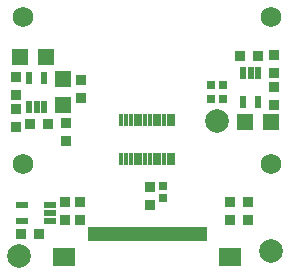
<source format=gts>
G04*
G04 #@! TF.GenerationSoftware,Altium Limited,Altium Designer,19.1.7 (138)*
G04*
G04 Layer_Color=8388736*
%FSLAX25Y25*%
%MOIN*%
G70*
G01*
G75*
%ADD24R,0.01981X0.04737*%
%ADD25R,0.07296X0.05918*%
%ADD26C,0.07874*%
%ADD27R,0.01299X0.04016*%
%ADD28R,0.01968X0.03937*%
%ADD29R,0.03937X0.01968*%
%ADD30R,0.03556X0.03792*%
%ADD31R,0.03792X0.03556*%
%ADD32R,0.05300X0.05800*%
%ADD33R,0.05800X0.05300*%
%ADD34R,0.02913X0.02913*%
%ADD35R,0.02913X0.02913*%
%ADD36C,0.06800*%
D24*
X-18701Y-33366D02*
D03*
X-16732D02*
D03*
X-14764D02*
D03*
X-12795D02*
D03*
X-10827D02*
D03*
X-8858D02*
D03*
X-6890D02*
D03*
X-4921D02*
D03*
X-2953D02*
D03*
X-984D02*
D03*
X984D02*
D03*
X2953D02*
D03*
X4921D02*
D03*
X6890D02*
D03*
X8858D02*
D03*
X10827D02*
D03*
X12795D02*
D03*
X14764D02*
D03*
X16732D02*
D03*
X18701D02*
D03*
D25*
X27657Y-40846D02*
D03*
X-27657D02*
D03*
D26*
X23031Y4331D02*
D03*
X-42913Y-40551D02*
D03*
X41339Y-39098D02*
D03*
D27*
X-5512Y-8287D02*
D03*
X-3937D02*
D03*
X-2362D02*
D03*
X-8661D02*
D03*
X-7087D02*
D03*
X-787D02*
D03*
X787D02*
D03*
X2362D02*
D03*
X3937D02*
D03*
X5512D02*
D03*
X7087D02*
D03*
X8661D02*
D03*
Y4626D02*
D03*
X7087D02*
D03*
X5512D02*
D03*
X3937D02*
D03*
X2362D02*
D03*
X787D02*
D03*
X-787D02*
D03*
X-2362D02*
D03*
X-3937D02*
D03*
X-5512D02*
D03*
X-7087D02*
D03*
X-8661D02*
D03*
D28*
X-36888Y9154D02*
D03*
X-39447D02*
D03*
Y18602D02*
D03*
X-34329Y9154D02*
D03*
Y18602D02*
D03*
X34449Y20177D02*
D03*
X37008D02*
D03*
Y10728D02*
D03*
X31890Y20177D02*
D03*
Y10728D02*
D03*
D29*
X-41831Y-23720D02*
D03*
X-32382D02*
D03*
X-41831Y-28839D02*
D03*
X-32382D02*
D03*
Y-26280D02*
D03*
D30*
X36760Y25886D02*
D03*
X30760D02*
D03*
X-33122Y3347D02*
D03*
X-39122D02*
D03*
X-36075Y-33268D02*
D03*
X-42075D02*
D03*
D31*
X42126Y20327D02*
D03*
Y26327D02*
D03*
X42126Y15795D02*
D03*
Y9795D02*
D03*
X-43898Y2465D02*
D03*
Y8465D02*
D03*
X-22441Y-22591D02*
D03*
Y-28591D02*
D03*
X-43898Y12945D02*
D03*
Y18945D02*
D03*
X-27461Y-22591D02*
D03*
Y-28591D02*
D03*
X-22047Y18059D02*
D03*
Y12059D02*
D03*
X-27067Y-2358D02*
D03*
Y3642D02*
D03*
X886Y-23669D02*
D03*
Y-17669D02*
D03*
X33366Y-28689D02*
D03*
Y-22689D02*
D03*
X27559Y-28689D02*
D03*
Y-22689D02*
D03*
D32*
X32382Y4035D02*
D03*
X41043D02*
D03*
X-42520Y25591D02*
D03*
X-33858D02*
D03*
D33*
X-28051Y18307D02*
D03*
Y9646D02*
D03*
D34*
X25098Y11811D02*
D03*
X21161D02*
D03*
X25098Y16437D02*
D03*
X21161D02*
D03*
D35*
X5315Y-21260D02*
D03*
Y-17323D02*
D03*
D36*
X-41339Y39098D02*
D03*
X41339D02*
D03*
X-41339Y-10114D02*
D03*
X41339D02*
D03*
M02*

</source>
